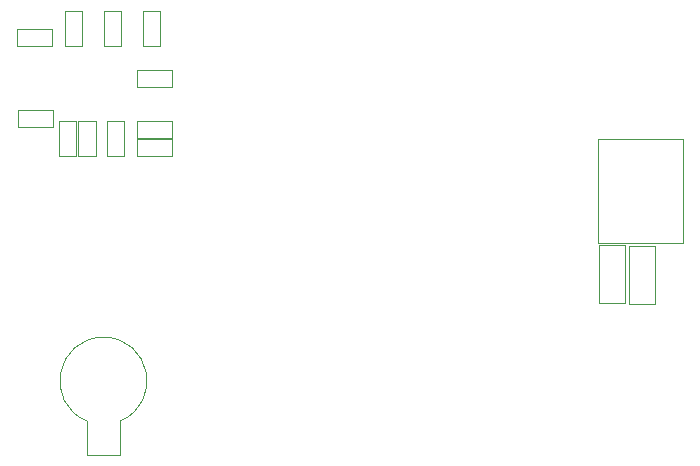
<source format=gbr>
G04 #@! TF.GenerationSoftware,KiCad,Pcbnew,(5.1.2-1)-1*
G04 #@! TF.CreationDate,2020-07-08T23:16:21+01:00*
G04 #@! TF.ProjectId,tranZPUter-SW,7472616e-5a50-4557-9465-722d53572e6b,rev?*
G04 #@! TF.SameCoordinates,Original*
G04 #@! TF.FileFunction,Other,User*
%FSLAX46Y46*%
G04 Gerber Fmt 4.6, Leading zero omitted, Abs format (unit mm)*
G04 Created by KiCad (PCBNEW (5.1.2-1)-1) date 2020-07-08 23:16:21*
%MOMM*%
%LPD*%
G04 APERTURE LIST*
%ADD10C,0.050000*%
G04 APERTURE END LIST*
D10*
X191179000Y-118319000D02*
X183979000Y-118319000D01*
X183979000Y-118319000D02*
X183979000Y-109519000D01*
X183979000Y-109519000D02*
X191179000Y-109519000D01*
X191179000Y-109519000D02*
X191179000Y-118319000D01*
X188826000Y-123481000D02*
X188826000Y-118581000D01*
X186586000Y-123481000D02*
X188826000Y-123481000D01*
X186586000Y-118581000D02*
X186586000Y-123481000D01*
X188826000Y-118581000D02*
X186586000Y-118581000D01*
X186286000Y-123444000D02*
X186286000Y-118544000D01*
X184046000Y-123444000D02*
X186286000Y-123444000D01*
X184046000Y-118544000D02*
X184046000Y-123444000D01*
X186286000Y-118544000D02*
X184046000Y-118544000D01*
X137751000Y-100235000D02*
X134791000Y-100235000D01*
X137751000Y-101695000D02*
X137751000Y-100235000D01*
X134791000Y-101695000D02*
X137751000Y-101695000D01*
X134791000Y-100235000D02*
X134791000Y-101695000D01*
X144951000Y-109442000D02*
X147911000Y-109442000D01*
X144951000Y-107982000D02*
X144951000Y-109442000D01*
X147911000Y-107982000D02*
X144951000Y-107982000D01*
X147911000Y-109442000D02*
X147911000Y-107982000D01*
X140303000Y-101683000D02*
X140303000Y-98723000D01*
X138843000Y-101683000D02*
X140303000Y-101683000D01*
X138843000Y-98723000D02*
X138843000Y-101683000D01*
X140303000Y-98723000D02*
X138843000Y-98723000D01*
X144951000Y-110966000D02*
X147911000Y-110966000D01*
X144951000Y-109506000D02*
X144951000Y-110966000D01*
X147911000Y-109506000D02*
X144951000Y-109506000D01*
X147911000Y-110966000D02*
X147911000Y-109506000D01*
X144951000Y-105124000D02*
X147911000Y-105124000D01*
X144951000Y-103664000D02*
X144951000Y-105124000D01*
X147911000Y-103664000D02*
X144951000Y-103664000D01*
X147911000Y-105124000D02*
X147911000Y-103664000D01*
X146907000Y-101683000D02*
X146907000Y-98723000D01*
X145447000Y-101683000D02*
X146907000Y-101683000D01*
X145447000Y-98723000D02*
X145447000Y-101683000D01*
X146907000Y-98723000D02*
X145447000Y-98723000D01*
X143605000Y-101683000D02*
X143605000Y-98723000D01*
X142145000Y-101683000D02*
X143605000Y-101683000D01*
X142145000Y-98723000D02*
X142145000Y-101683000D01*
X143605000Y-98723000D02*
X142145000Y-98723000D01*
X137878000Y-107093000D02*
X134918000Y-107093000D01*
X137878000Y-108553000D02*
X137878000Y-107093000D01*
X134918000Y-108553000D02*
X137878000Y-108553000D01*
X134918000Y-107093000D02*
X134918000Y-108553000D01*
X138335000Y-107994000D02*
X138335000Y-110954000D01*
X139795000Y-107994000D02*
X138335000Y-107994000D01*
X139795000Y-110954000D02*
X139795000Y-107994000D01*
X138335000Y-110954000D02*
X139795000Y-110954000D01*
X139986000Y-107994000D02*
X139986000Y-110954000D01*
X141446000Y-107994000D02*
X139986000Y-107994000D01*
X141446000Y-110954000D02*
X141446000Y-107994000D01*
X139986000Y-110954000D02*
X141446000Y-110954000D01*
X142399000Y-107994000D02*
X142399000Y-110954000D01*
X143859000Y-107994000D02*
X142399000Y-107994000D01*
X143859000Y-110954000D02*
X143859000Y-107994000D01*
X142399000Y-110954000D02*
X143859000Y-110954000D01*
X140709543Y-133409579D02*
G75*
G02X143513000Y-133411000I1403457J3408579D01*
G01*
X140713000Y-133411000D02*
X140713000Y-136251000D01*
X140713000Y-136251000D02*
X143513000Y-136251000D01*
X143513000Y-136251000D02*
X143513000Y-133411000D01*
M02*

</source>
